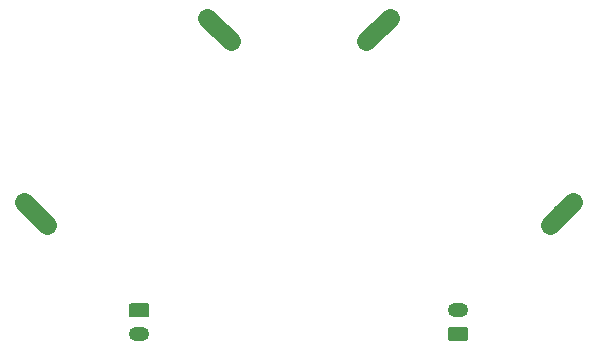
<source format=gbl>
G04 #@! TF.GenerationSoftware,KiCad,Pcbnew,(5.1.4)-1*
G04 #@! TF.CreationDate,2019-10-05T19:56:59+09:00*
G04 #@! TF.ProjectId,battery-pack-pcb,62617474-6572-4792-9d70-61636b2d7063,rev?*
G04 #@! TF.SameCoordinates,PX2faf080PY2faf080*
G04 #@! TF.FileFunction,Copper,L2,Bot*
G04 #@! TF.FilePolarity,Positive*
%FSLAX46Y46*%
G04 Gerber Fmt 4.6, Leading zero omitted, Abs format (unit mm)*
G04 Created by KiCad (PCBNEW (5.1.4)-1) date 2019-10-05 19:56:59*
%MOMM*%
%LPD*%
G04 APERTURE LIST*
%ADD10C,1.600000*%
%ADD11C,1.600000*%
%ADD12C,0.100000*%
%ADD13C,1.200000*%
%ADD14O,1.750000X1.200000*%
G04 APERTURE END LIST*
D10*
X20778175Y-5721825D03*
D11*
X19788226Y-4731876D02*
X21768124Y-6711774D01*
D10*
X5221825Y-21278175D03*
D11*
X4231876Y-20288226D02*
X6211774Y-22268124D01*
D10*
X49778175Y-21278175D03*
D11*
X50768124Y-20288226D02*
X48788226Y-22268124D01*
D10*
X34221825Y-5721825D03*
D11*
X35211774Y-4731876D02*
X33231876Y-6711774D01*
D12*
G36*
X41649505Y-30901204D02*
G01*
X41673773Y-30904804D01*
X41697572Y-30910765D01*
X41720671Y-30919030D01*
X41742850Y-30929520D01*
X41763893Y-30942132D01*
X41783599Y-30956747D01*
X41801777Y-30973223D01*
X41818253Y-30991401D01*
X41832868Y-31011107D01*
X41845480Y-31032150D01*
X41855970Y-31054329D01*
X41864235Y-31077428D01*
X41870196Y-31101227D01*
X41873796Y-31125495D01*
X41875000Y-31149999D01*
X41875000Y-31850001D01*
X41873796Y-31874505D01*
X41870196Y-31898773D01*
X41864235Y-31922572D01*
X41855970Y-31945671D01*
X41845480Y-31967850D01*
X41832868Y-31988893D01*
X41818253Y-32008599D01*
X41801777Y-32026777D01*
X41783599Y-32043253D01*
X41763893Y-32057868D01*
X41742850Y-32070480D01*
X41720671Y-32080970D01*
X41697572Y-32089235D01*
X41673773Y-32095196D01*
X41649505Y-32098796D01*
X41625001Y-32100000D01*
X40374999Y-32100000D01*
X40350495Y-32098796D01*
X40326227Y-32095196D01*
X40302428Y-32089235D01*
X40279329Y-32080970D01*
X40257150Y-32070480D01*
X40236107Y-32057868D01*
X40216401Y-32043253D01*
X40198223Y-32026777D01*
X40181747Y-32008599D01*
X40167132Y-31988893D01*
X40154520Y-31967850D01*
X40144030Y-31945671D01*
X40135765Y-31922572D01*
X40129804Y-31898773D01*
X40126204Y-31874505D01*
X40125000Y-31850001D01*
X40125000Y-31149999D01*
X40126204Y-31125495D01*
X40129804Y-31101227D01*
X40135765Y-31077428D01*
X40144030Y-31054329D01*
X40154520Y-31032150D01*
X40167132Y-31011107D01*
X40181747Y-30991401D01*
X40198223Y-30973223D01*
X40216401Y-30956747D01*
X40236107Y-30942132D01*
X40257150Y-30929520D01*
X40279329Y-30919030D01*
X40302428Y-30910765D01*
X40326227Y-30904804D01*
X40350495Y-30901204D01*
X40374999Y-30900000D01*
X41625001Y-30900000D01*
X41649505Y-30901204D01*
X41649505Y-30901204D01*
G37*
D13*
X41000000Y-31500000D03*
D14*
X41000000Y-29500000D03*
D12*
G36*
X14649505Y-28901204D02*
G01*
X14673773Y-28904804D01*
X14697572Y-28910765D01*
X14720671Y-28919030D01*
X14742850Y-28929520D01*
X14763893Y-28942132D01*
X14783599Y-28956747D01*
X14801777Y-28973223D01*
X14818253Y-28991401D01*
X14832868Y-29011107D01*
X14845480Y-29032150D01*
X14855970Y-29054329D01*
X14864235Y-29077428D01*
X14870196Y-29101227D01*
X14873796Y-29125495D01*
X14875000Y-29149999D01*
X14875000Y-29850001D01*
X14873796Y-29874505D01*
X14870196Y-29898773D01*
X14864235Y-29922572D01*
X14855970Y-29945671D01*
X14845480Y-29967850D01*
X14832868Y-29988893D01*
X14818253Y-30008599D01*
X14801777Y-30026777D01*
X14783599Y-30043253D01*
X14763893Y-30057868D01*
X14742850Y-30070480D01*
X14720671Y-30080970D01*
X14697572Y-30089235D01*
X14673773Y-30095196D01*
X14649505Y-30098796D01*
X14625001Y-30100000D01*
X13374999Y-30100000D01*
X13350495Y-30098796D01*
X13326227Y-30095196D01*
X13302428Y-30089235D01*
X13279329Y-30080970D01*
X13257150Y-30070480D01*
X13236107Y-30057868D01*
X13216401Y-30043253D01*
X13198223Y-30026777D01*
X13181747Y-30008599D01*
X13167132Y-29988893D01*
X13154520Y-29967850D01*
X13144030Y-29945671D01*
X13135765Y-29922572D01*
X13129804Y-29898773D01*
X13126204Y-29874505D01*
X13125000Y-29850001D01*
X13125000Y-29149999D01*
X13126204Y-29125495D01*
X13129804Y-29101227D01*
X13135765Y-29077428D01*
X13144030Y-29054329D01*
X13154520Y-29032150D01*
X13167132Y-29011107D01*
X13181747Y-28991401D01*
X13198223Y-28973223D01*
X13216401Y-28956747D01*
X13236107Y-28942132D01*
X13257150Y-28929520D01*
X13279329Y-28919030D01*
X13302428Y-28910765D01*
X13326227Y-28904804D01*
X13350495Y-28901204D01*
X13374999Y-28900000D01*
X14625001Y-28900000D01*
X14649505Y-28901204D01*
X14649505Y-28901204D01*
G37*
D13*
X14000000Y-29500000D03*
D14*
X14000000Y-31500000D03*
M02*

</source>
